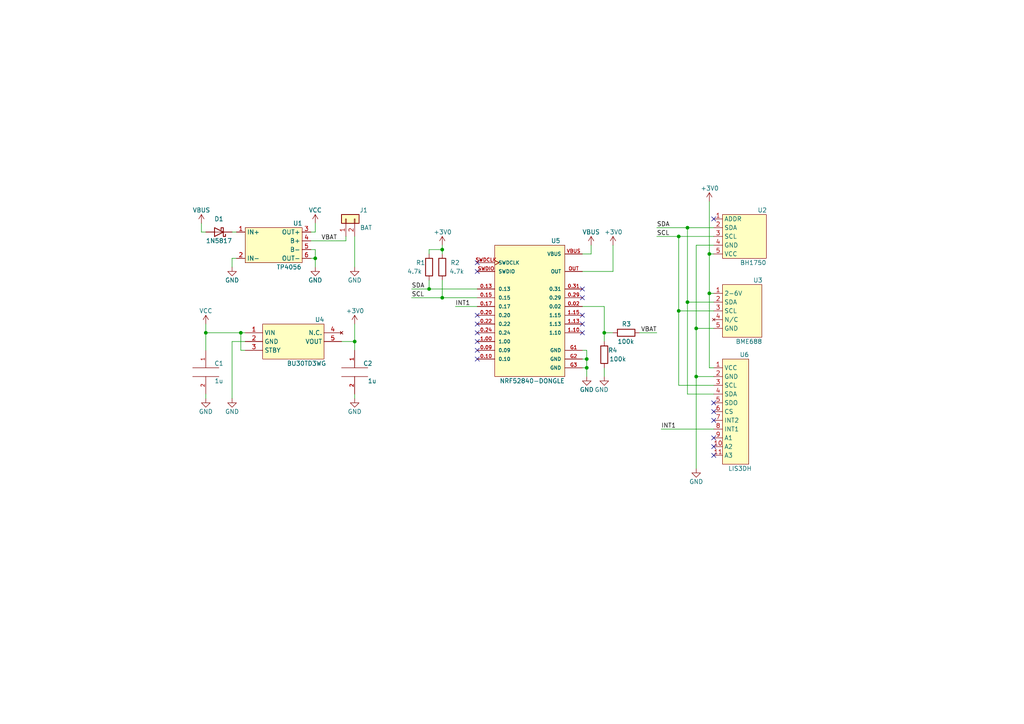
<source format=kicad_sch>
(kicad_sch (version 20211123) (generator eeschema)
  (paper "A4")
  (lib_symbols
    (symbol "BH1750:BH1750"
      (property "Reference" "U" (at 2.54 -1.27 0))
      (property "Value" "BH1750" (at -5.08 -1.27 0))
      (symbol "BH1750_0_1"
        (rectangle (start -8.89 -2.54) (end 3.81 -15.24) (fill (type background)))
      )
      (symbol "BH1750_1_1"
        (pin input line (at -7.62 -17.78 90) (length 2.54) (name "ADDR") (number "1"))
        (pin bidirectional line (at -5.08 -17.78 90) (length 2.54) (name "SDA") (number "2"))
        (pin bidirectional line (at -2.54 -17.78 90) (length 2.54) (name "SCL") (number "3"))
        (pin power_in line (at 0 -17.78 90) (length 2.54) (name "GND") (number "4"))
        (pin power_in line (at 2.54 -17.78 90) (length 2.54) (name "VCC") (number "5"))
      )
    )
    (symbol "BME688:BME688"
      (property "Reference" "U" (at 6.35 2.54 0))
      (property "Value" "BME688" (at -1.27 2.54 0))
      (symbol "BME688_0_1"
        (rectangle (start -6.35 1.27) (end 8.89 -10.16) (fill (type background)))
      )
      (symbol "BME688_1_1"
        (pin power_in line (at -3.81 -12.7 90) (length 2.54) (name "2-6V") (number "1"))
        (pin bidirectional line (at -1.27 -12.7 90) (length 2.54) (name "SDA") (number "2"))
        (pin bidirectional line (at 1.27 -12.7 90) (length 2.54) (name "SCL") (number "3"))
        (pin no_connect line (at 3.81 -12.7 90) (length 2.54) (name "N/C") (number "4"))
        (pin power_in line (at 6.35 -12.7 90) (length 2.54) (name "GND") (number "5"))
      )
    )
    (symbol "BU30TD3WG:BU30TD3WG"
      (property "Reference" "U" (at 10.16 -1.27 0))
      (property "Value" "BU30TD3WG" (at -1.27 -1.27 0))
      (symbol "BU30TD3WG_0_0"
        (pin power_in line (at -11.43 -5.08 0) (length 5.08) (name "VIN") (number "1"))
        (pin power_in line (at -11.43 -7.62 0) (length 5.08) (name "GND") (number "2"))
        (pin input line (at -11.43 -10.16 0) (length 5.08) (name "STBY") (number "3"))
        (pin no_connect line (at 16.51 -5.08 180) (length 5.08) (name "N.C.") (number "4"))
        (pin output line (at 16.51 -7.62 180) (length 5.08) (name "VOUT") (number "5"))
      )
      (symbol "BU30TD3WG_0_1"
        (polyline (pts (xy -6.35 -2.54) (xy 11.43 -2.54) (xy 11.43 -12.7) (xy -6.35 -12.7) (xy -6.35 -2.54)) (stroke (width 0.1524)) (fill (type background)))
      )
    )
    (symbol "Connector_Generic:Conn_01x02" (pin_names (offset 1.016) hide)
      (property "Reference" "J" (at 0 2.54 0))
      (property "Value" "Conn_01x02" (at 0 -5.08 0))
      (symbol "Conn_01x02_1_1"
        (rectangle (start -1.27 -2.413) (end 0 -2.667) (stroke (width 0.1524)))
        (rectangle (start -1.27 0.127) (end 0 -0.127) (stroke (width 0.1524)))
        (rectangle (start -1.27 1.27) (end 1.27 -3.81) (stroke (width 0.254)) (fill (type background)))
        (pin passive line (at -5.08 0 0) (length 3.81) (name "Pin_1") (number "1"))
        (pin passive line (at -5.08 -2.54 0) (length 3.81) (name "Pin_2") (number "2"))
      )
    )
    (symbol "Device:R" (pin_numbers hide) (pin_names (offset 0))
      (property "Reference" "R" (at 2.032 0 90))
      (property "Value" "R" (at 0 0 90))
      (symbol "R_0_1"
        (rectangle (start -1.016 -2.54) (end 1.016 2.54) (stroke (width 0.254)))
      )
      (symbol "R_1_1"
        (pin passive line (at 0 3.81 270) (length 1.27) (name "~") (number "1"))
        (pin passive line (at 0 -3.81 90) (length 1.27) (name "~") (number "2"))
      )
    )
    (symbol "Diode:1N5817" (pin_numbers hide) (pin_names (offset 1.016) hide)
      (property "Reference" "D" (at 0 2.54 0))
      (property "Value" "1N5817" (at 0 -2.54 0))
      (symbol "1N5817_0_1"
        (polyline (pts (xy 1.27 0) (xy -1.27 0)))
        (polyline (pts (xy 1.27 1.27) (xy 1.27 -1.27) (xy -1.27 0) (xy 1.27 1.27)) (stroke (width 0.254)))
        (polyline (pts (xy -1.905 0.635) (xy -1.905 1.27) (xy -1.27 1.27) (xy -1.27 -1.27) (xy -0.635 -1.27) (xy -0.635 -0.635)) (stroke (width 0.254)))
      )
      (symbol "1N5817_1_1"
        (pin passive line (at -3.81 0 0) (length 2.54) (name "K") (number "1"))
        (pin passive line (at 3.81 0 180) (length 2.54) (name "A") (number "2"))
      )
    )
    (symbol "LIS3DH:LIS3DH"
      (property "Reference" "U" (at 0 0 0))
      (property "Value" "LIS3DH" (at 0 0 0))
      (symbol "LIS3DH_0_1"
        (rectangle (start -3.81 -1.27) (end 26.67 -8.89) (fill (type background)))
      )
      (symbol "LIS3DH_1_1"
        (pin power_in line (at -1.27 -11.43 90) (length 2.54) (name "VCC") (number "1"))
        (pin bidirectional line (at 21.59 -11.43 90) (length 2.54) (name "A2") (number "10"))
        (pin bidirectional line (at 24.13 -11.43 90) (length 2.54) (name "A3") (number "11"))
        (pin power_in line (at 1.27 -11.43 90) (length 2.54) (name "GND") (number "2"))
        (pin bidirectional line (at 3.81 -11.43 90) (length 2.54) (name "SCL") (number "3"))
        (pin bidirectional line (at 6.35 -11.43 90) (length 2.54) (name "SDA") (number "4"))
        (pin output line (at 8.89 -11.43 90) (length 2.54) (name "SDO") (number "5"))
        (pin input line (at 11.43 -11.43 90) (length 2.54) (name "CS") (number "6"))
        (pin input line (at 13.97 -11.43 90) (length 2.54) (name "INT2") (number "7"))
        (pin input line (at 16.51 -11.43 90) (length 2.54) (name "INT1") (number "8"))
        (pin bidirectional line (at 19.05 -11.43 90) (length 2.54) (name "A1") (number "9"))
      )
    )
    (symbol "NRF52840-DONGLE:NRF52840-DONGLE" (pin_names (offset 1.016))
      (property "Reference" "U?" (at 8.89 21.59 0))
      (property "Value" "NRF52840-DONGLE" (at 10.16 -19.05 0))
      (symbol "NRF52840-DONGLE_0_0"
        (rectangle (start -10.16 20.32) (end 10.16 -17.78) (stroke (width 0.1524)) (fill (type background)))
        (pin bidirectional line (at 15.24 2.54 180) (length 5.08) (name "0.02") (number "0.02"))
        (pin bidirectional line (at -15.24 -10.16 0) (length 5.08) (name "0.09") (number "0.09"))
        (pin bidirectional line (at -15.24 -12.7 0) (length 5.08) (name "0.10") (number "0.10"))
        (pin bidirectional line (at -15.24 7.62 0) (length 5.08) (name "0.13") (number "0.13"))
        (pin bidirectional line (at -15.24 5.08 0) (length 5.08) (name "0.15") (number "0.15"))
        (pin bidirectional line (at -15.24 2.54 0) (length 5.08) (name "0.17") (number "0.17"))
        (pin bidirectional line (at -15.24 0 0) (length 5.08) (name "0.20") (number "0.20"))
        (pin bidirectional line (at -15.24 -2.54 0) (length 5.08) (name "0.22") (number "0.22"))
        (pin bidirectional line (at -15.24 -5.08 0) (length 5.08) (name "0.24") (number "0.24"))
        (pin bidirectional line (at 15.24 5.08 180) (length 5.08) (name "0.29") (number "0.29"))
        (pin bidirectional line (at 15.24 7.62 180) (length 5.08) (name "0.31") (number "0.31"))
        (pin bidirectional line (at -15.24 -7.62 0) (length 5.08) (name "1.00") (number "1.00"))
        (pin bidirectional line (at 15.24 -5.08 180) (length 5.08) (name "1.10") (number "1.10"))
        (pin bidirectional line (at 15.24 -2.54 180) (length 5.08) (name "1.13") (number "1.13"))
        (pin bidirectional line (at 15.24 0 180) (length 5.08) (name "1.15") (number "1.15"))
        (pin power_in line (at 15.24 -10.16 180) (length 5.08) (name "GND") (number "G1"))
        (pin power_in line (at 15.24 -12.7 180) (length 5.08) (name "GND") (number "G2"))
        (pin power_in line (at 15.24 -15.24 180) (length 5.08) (name "GND") (number "G3"))
        (pin output line (at 15.24 12.7 180) (length 5.08) (name "OUT") (number "OUT"))
        (pin input clock (at -15.24 15.24 0) (length 5.08) (name "SWDCLK") (number "SWDCLK"))
        (pin bidirectional line (at -15.24 12.7 0) (length 5.08) (name "SWDIO") (number "SWDIO"))
        (pin power_in line (at 15.24 17.78 180) (length 5.08) (name "VBUS") (number "VBUS"))
      )
    )
    (symbol "TP4056_module:TP4056"
      (property "Reference" "U" (at 8.89 0 0))
      (property "Value" "TP4056" (at -2.54 0 0))
      (symbol "TP4056_0_1"
        (rectangle (start -6.35 -1.27) (end 10.16 -11.43) (fill (type background)))
      )
      (symbol "TP4056_1_1"
        (pin power_in line (at -8.89 -2.54 0) (length 2.54) (name "IN+") (number "1"))
        (pin power_in line (at -8.89 -10.16 0) (length 2.54) (name "IN-") (number "2"))
        (pin power_out line (at 12.7 -2.54 180) (length 2.54) (name "OUT+") (number "3"))
        (pin power_in line (at 12.7 -5.08 180) (length 2.54) (name "B+") (number "4"))
        (pin power_in line (at 12.7 -7.62 180) (length 2.54) (name "B-") (number "5"))
        (pin power_out line (at 12.7 -10.16 180) (length 2.54) (name "OUT-") (number "6"))
      )
    )
    (symbol "power:+3V0" (power) (pin_names (offset 0))
      (property "Value" "+3V0" (at 0 3.556 0))
      (symbol "+3V0_0_1"
        (polyline (pts (xy -0.762 1.27) (xy 0 2.54)))
        (polyline (pts (xy 0 0) (xy 0 2.54)))
        (polyline (pts (xy 0 2.54) (xy 0.762 1.27)))
      )
      (symbol "+3V0_1_1"
        (pin power_in line (at 0 0 90) (length 0) hide (name "+3V0") (number "1"))
      )
    )
    (symbol "power:GND" (power) (pin_names (offset 0))
      (property "Value" "GND" (at 0 -3.81 0))
      (symbol "GND_0_1"
        (polyline (pts (xy 0 0) (xy 0 -1.27) (xy 1.27 -1.27) (xy 0 -2.54) (xy -1.27 -1.27) (xy 0 -1.27)))
      )
      (symbol "GND_1_1"
        (pin power_in line (at 0 0 270) (length 0) hide (name "GND") (number "1"))
      )
    )
    (symbol "power:VBUS" (power) (pin_names (offset 0))
      (property "Value" "VBUS" (at 0 3.81 0))
      (symbol "VBUS_0_1"
        (polyline (pts (xy -0.762 1.27) (xy 0 2.54)))
        (polyline (pts (xy 0 0) (xy 0 2.54)))
        (polyline (pts (xy 0 2.54) (xy 0.762 1.27)))
      )
      (symbol "VBUS_1_1"
        (pin power_in line (at 0 0 90) (length 0) hide (name "VBUS") (number "1"))
      )
    )
    (symbol "power:VCC" (power) (pin_names (offset 0))
      (property "Value" "VCC" (at 0 3.81 0))
      (symbol "VCC_0_1"
        (polyline (pts (xy -0.762 1.27) (xy 0 2.54)))
        (polyline (pts (xy 0 0) (xy 0 2.54)))
        (polyline (pts (xy 0 2.54) (xy 0.762 1.27)))
      )
      (symbol "VCC_1_1"
        (pin power_in line (at 0 0 90) (length 0) hide (name "VCC") (number "1"))
      )
    )
    (symbol "pspice:CAP" (pin_names (offset 0.254))
      (property "Reference" "C" (at 2.54 3.81 90))
      (property "Value" "CAP" (at 2.54 -3.81 90))
      (symbol "CAP_0_1"
        (polyline (pts (xy -3.81 -1.27) (xy 3.81 -1.27)))
        (polyline (pts (xy -3.81 1.27) (xy 3.81 1.27)))
      )
      (symbol "CAP_1_1"
        (pin passive line (at 0 6.35 270) (length 5.08) (name "~") (number "1"))
        (pin passive line (at 0 -6.35 90) (length 5.08) (name "~") (number "2"))
      )
    )
  )
  (junction (at 205.74 73.66))
  (junction (at 205.74 85.09))
  (junction (at 196.85 90.17))
  (junction (at 59.69 96.52))
  (junction (at 170.18 104.14))
  (junction (at 128.27 86.36))
  (junction (at 175.26 96.52))
  (junction (at 69.85 96.52))
  (junction (at 91.44 74.93))
  (junction (at 124.46 83.82))
  (junction (at 201.93 95.25))
  (junction (at 199.39 66.04))
  (junction (at 128.27 72.39))
  (junction (at 170.18 106.68))
  (junction (at 201.93 109.22))
  (junction (at 102.87 99.06))
  (junction (at 196.85 68.58))
  (junction (at 199.39 87.63))
  (no_connect (at 207.01 121.92))
  (no_connect (at 168.91 86.36))
  (no_connect (at 138.43 99.06))
  (no_connect (at 207.01 127))
  (no_connect (at 168.91 83.82))
  (no_connect (at 168.91 96.52))
  (no_connect (at 168.91 93.98))
  (no_connect (at 207.01 116.84))
  (no_connect (at 138.43 78.74))
  (no_connect (at 138.43 76.2))
  (no_connect (at 138.43 91.44))
  (no_connect (at 138.43 96.52))
  (no_connect (at 207.01 63.5))
  (no_connect (at 138.43 104.14))
  (no_connect (at 207.01 119.38))
  (no_connect (at 207.01 132.08))
  (no_connect (at 207.01 129.54))
  (no_connect (at 138.43 101.6))
  (no_connect (at 168.91 91.44))
  (no_connect (at 138.43 93.98))
  (wire (pts (xy 196.85 111.76) (xy 196.85 90.17)))
  (wire (pts (xy 91.44 72.39) (xy 91.44 74.93)))
  (wire (pts (xy 175.26 96.52) (xy 175.26 99.06)))
  (wire (pts (xy 58.42 64.77) (xy 58.42 67.31)))
  (wire (pts (xy 175.26 88.9) (xy 175.26 96.52)))
  (wire (pts (xy 207.01 90.17) (xy 196.85 90.17)))
  (wire (pts (xy 67.31 74.93) (xy 67.31 77.47)))
  (wire (pts (xy 199.39 66.04) (xy 199.39 87.63)))
  (wire (pts (xy 177.8 71.12) (xy 177.8 78.74)))
  (wire (pts (xy 177.8 96.52) (xy 175.26 96.52)))
  (wire (pts (xy 196.85 68.58) (xy 196.85 90.17)))
  (wire (pts (xy 128.27 72.39) (xy 128.27 73.66)))
  (wire (pts (xy 100.33 69.85) (xy 100.33 68.58)))
  (wire (pts (xy 90.17 72.39) (xy 91.44 72.39)))
  (wire (pts (xy 124.46 83.82) (xy 138.43 83.82)))
  (wire (pts (xy 168.91 104.14) (xy 170.18 104.14)))
  (wire (pts (xy 102.87 99.06) (xy 99.06 99.06)))
  (wire (pts (xy 201.93 95.25) (xy 201.93 109.22)))
  (wire (pts (xy 102.87 68.58) (xy 102.87 77.47)))
  (wire (pts (xy 175.26 109.22) (xy 175.26 106.68)))
  (wire (pts (xy 170.18 104.14) (xy 170.18 106.68)))
  (wire (pts (xy 185.42 96.52) (xy 190.5 96.52)))
  (wire (pts (xy 59.69 114.3) (xy 59.69 115.57)))
  (wire (pts (xy 128.27 86.36) (xy 119.38 86.36)))
  (wire (pts (xy 199.39 66.04) (xy 207.01 66.04)))
  (wire (pts (xy 207.01 111.76) (xy 196.85 111.76)))
  (wire (pts (xy 190.5 68.58) (xy 196.85 68.58)))
  (wire (pts (xy 59.69 96.52) (xy 69.85 96.52)))
  (wire (pts (xy 58.42 67.31) (xy 59.69 67.31)))
  (wire (pts (xy 119.38 83.82) (xy 124.46 83.82)))
  (wire (pts (xy 91.44 64.77) (xy 91.44 67.31)))
  (wire (pts (xy 168.91 88.9) (xy 175.26 88.9)))
  (wire (pts (xy 90.17 74.93) (xy 91.44 74.93)))
  (wire (pts (xy 207.01 87.63) (xy 199.39 87.63)))
  (wire (pts (xy 102.87 93.98) (xy 102.87 99.06)))
  (wire (pts (xy 71.12 101.6) (xy 69.85 101.6)))
  (wire (pts (xy 67.31 67.31) (xy 68.58 67.31)))
  (wire (pts (xy 171.45 73.66) (xy 168.91 73.66)))
  (wire (pts (xy 205.74 85.09) (xy 205.74 106.68)))
  (wire (pts (xy 207.01 71.12) (xy 201.93 71.12)))
  (wire (pts (xy 170.18 101.6) (xy 170.18 104.14)))
  (wire (pts (xy 205.74 58.42) (xy 205.74 73.66)))
  (wire (pts (xy 168.91 101.6) (xy 170.18 101.6)))
  (wire (pts (xy 67.31 74.93) (xy 68.58 74.93)))
  (wire (pts (xy 124.46 81.28) (xy 124.46 83.82)))
  (wire (pts (xy 91.44 74.93) (xy 91.44 77.47)))
  (wire (pts (xy 190.5 66.04) (xy 199.39 66.04)))
  (wire (pts (xy 91.44 67.31) (xy 90.17 67.31)))
  (wire (pts (xy 171.45 71.12) (xy 171.45 73.66)))
  (wire (pts (xy 132.08 88.9) (xy 138.43 88.9)))
  (wire (pts (xy 207.01 95.25) (xy 201.93 95.25)))
  (wire (pts (xy 205.74 73.66) (xy 205.74 85.09)))
  (wire (pts (xy 170.18 106.68) (xy 168.91 106.68)))
  (wire (pts (xy 207.01 85.09) (xy 205.74 85.09)))
  (wire (pts (xy 90.17 69.85) (xy 100.33 69.85)))
  (wire (pts (xy 170.18 109.22) (xy 170.18 106.68)))
  (wire (pts (xy 128.27 86.36) (xy 138.43 86.36)))
  (wire (pts (xy 102.87 115.57) (xy 102.87 114.3)))
  (wire (pts (xy 69.85 101.6) (xy 69.85 96.52)))
  (wire (pts (xy 207.01 73.66) (xy 205.74 73.66)))
  (wire (pts (xy 196.85 68.58) (xy 207.01 68.58)))
  (wire (pts (xy 199.39 114.3) (xy 199.39 87.63)))
  (wire (pts (xy 128.27 71.12) (xy 128.27 72.39)))
  (wire (pts (xy 207.01 114.3) (xy 199.39 114.3)))
  (wire (pts (xy 71.12 96.52) (xy 69.85 96.52)))
  (wire (pts (xy 128.27 81.28) (xy 128.27 86.36)))
  (wire (pts (xy 207.01 106.68) (xy 205.74 106.68)))
  (wire (pts (xy 71.12 99.06) (xy 67.31 99.06)))
  (wire (pts (xy 59.69 93.98) (xy 59.69 96.52)))
  (wire (pts (xy 102.87 101.6) (xy 102.87 99.06)))
  (wire (pts (xy 124.46 73.66) (xy 124.46 72.39)))
  (wire (pts (xy 201.93 109.22) (xy 201.93 135.89)))
  (wire (pts (xy 201.93 71.12) (xy 201.93 95.25)))
  (wire (pts (xy 59.69 101.6) (xy 59.69 96.52)))
  (wire (pts (xy 67.31 99.06) (xy 67.31 115.57)))
  (wire (pts (xy 177.8 78.74) (xy 168.91 78.74)))
  (wire (pts (xy 124.46 72.39) (xy 128.27 72.39)))
  (wire (pts (xy 207.01 109.22) (xy 201.93 109.22)))
  (wire (pts (xy 191.77 124.46) (xy 207.01 124.46)))
  (label "VBAT" (at 97.79 69.85 180))
  (label "SDA" (at 119.38 83.82 0))
  (label "SCL" (at 190.5 68.58 0))
  (label "VBAT" (at 190.5 96.52 180))
  (label "INT1" (at 191.77 124.46 0))
  (label "SCL" (at 119.38 86.36 0))
  (label "INT1" (at 132.08 88.9 0))
  (label "SDA" (at 190.5 66.04 0))
  (symbol (lib_id "power:+3V0") (at 205.74 58.42 0) (unit 1)
    (property "Reference" "#PWR01" (effects hide))
    (property "Value" "+3V0" (at 203.2 54.61 0) (effects (justify left)))
  )
  (symbol (lib_id "LIS3DH:LIS3DH") (at 218.44 107.95 270) (unit 1)
    (property "Reference" "U6" (at 215.9 102.87 90))
    (property "Value" "LIS3DH" (at 214.63 135.89 90))
  )
  (symbol (lib_id "pspice:CAP") (at 59.69 107.95 0) (unit 1)
    (property "Reference" "C1" (at 63.5 105.41 0))
    (property "Value" "1u" (at 63.5 110.49 0))
    (property "Footprint" "Capacitor_THT:C_Disc_D5.1mm_W3.2mm_P5.00mm" (effects hide))
  )
  (symbol (lib_id "BH1750:BH1750") (at 224.79 71.12 270) (unit 1)
    (property "Reference" "U2" (at 219.71 60.96 90) (effects (justify left)))
    (property "Value" "BH1750" (at 214.63 76.2 90) (effects (justify left)))
  )
  (symbol (lib_id "Device:R") (at 124.46 77.47 0) (unit 1)
    (property "Reference" "R1" (at 120.65 76.2 0) (effects (justify left)))
    (property "Value" "4.7k" (at 118.11 78.74 0) (effects (justify left)))
    (property "Footprint" "Resistor_THT:R_Axial_DIN0207_L6.3mm_D2.5mm_P10.16mm_Horizontal" (effects hide))
  )
  (symbol (lib_id "power:VBUS") (at 58.42 64.77 0) (unit 1)
    (property "Reference" "#PWR02" (effects hide))
    (property "Value" "VBUS" (at 58.42 60.96 0))
  )
  (symbol (lib_id "power:GND") (at 67.31 115.57 0) (unit 1)
    (property "Reference" "#PWR014" (effects hide))
    (property "Value" "GND" (at 67.31 119.38 0))
  )
  (symbol (lib_id "power:GND") (at 102.87 115.57 0) (unit 1)
    (property "Reference" "#PWR015" (effects hide))
    (property "Value" "GND" (at 102.87 119.38 0))
  )
  (symbol (lib_id "power:GND") (at 175.26 109.22 0) (unit 1)
    (property "Reference" "#PWR012" (effects hide))
    (property "Value" "GND" (at 176.53 113.03 0) (effects (justify right)))
  )
  (symbol (lib_id "BME688:BME688") (at 219.71 88.9 270) (unit 1)
    (property "Reference" "U3" (at 218.44 81.28 90) (effects (justify left)))
    (property "Value" "BME688" (at 213.36 99.06 90) (effects (justify left)))
  )
  (symbol (lib_id "power:VBUS") (at 171.45 71.12 0) (unit 1)
    (property "Reference" "#PWR05" (effects hide))
    (property "Value" "VBUS" (at 171.45 67.31 0))
  )
  (symbol (lib_id "Device:R") (at 175.26 102.87 180) (unit 1)
    (property "Reference" "R4" (at 179.07 101.6 0) (effects (justify left)))
    (property "Value" "100k" (at 181.61 104.14 0) (effects (justify left)))
    (property "Footprint" "Resistor_THT:R_Axial_DIN0207_L6.3mm_D2.5mm_P10.16mm_Horizontal" (effects hide))
  )
  (symbol (lib_id "power:GND") (at 201.93 135.89 0) (unit 1)
    (property "Reference" "#PWR016" (effects hide))
    (property "Value" "GND" (at 201.93 139.7 0))
  )
  (symbol (lib_id "BU30TD3WG:BU30TD3WG") (at 82.55 91.44 0) (unit 1)
    (property "Reference" "U4" (at 92.71 92.71 0))
    (property "Value" "BU30TD3WG" (at 88.9 105.41 0))
    (property "Footprint" "Package_TO_SOT_SMD:SOT-23-5" (effects hide))
  )
  (symbol (lib_id "pspice:CAP") (at 102.87 107.95 0) (unit 1)
    (property "Reference" "C2" (at 106.68 105.41 0))
    (property "Value" "1u" (at 107.95 110.49 0))
    (property "Footprint" "Capacitor_THT:C_Disc_D5.1mm_W3.2mm_P5.00mm" (effects hide))
  )
  (symbol (lib_id "power:+3V0") (at 177.8 71.12 0) (unit 1)
    (property "Reference" "#PWR06" (effects hide))
    (property "Value" "+3V0" (at 175.26 67.31 0) (effects (justify left)))
  )
  (symbol (lib_id "Device:R") (at 181.61 96.52 270) (unit 1)
    (property "Reference" "R3" (at 180.34 93.98 90) (effects (justify left)))
    (property "Value" "100k" (at 179.07 99.06 90) (effects (justify left)))
    (property "Footprint" "Resistor_THT:R_Axial_DIN0207_L6.3mm_D2.5mm_P10.16mm_Horizontal" (effects hide))
  )
  (symbol (lib_id "power:+3V0") (at 102.87 93.98 0) (unit 1)
    (property "Reference" "#PWR010" (effects hide))
    (property "Value" "+3V0" (at 100.33 90.17 0) (effects (justify left)))
  )
  (symbol (lib_id "power:GND") (at 59.69 115.57 0) (unit 1)
    (property "Reference" "#PWR013" (effects hide))
    (property "Value" "GND" (at 59.69 119.38 0))
  )
  (symbol (lib_id "NRF52840-DONGLE:NRF52840-DONGLE") (at 153.67 91.44 0) (unit 1)
    (property "Reference" "U5" (at 162.56 69.85 0) (effects (justify right)))
    (property "Value" "NRF52840-DONGLE" (at 163.83 110.49 0) (effects (justify right)))
    (property "PARTREV" "1.1" (effects hide))
    (property "STANDARD" "Manufacturer Recommendations" (effects hide))
    (property "MAXIMUM_PACKAGE_HEIGHT" "N/A" (effects hide))
    (property "MANUFACTURER" "Nordic semiconductor" (effects hide))
  )
  (symbol (lib_id "power:+3V0") (at 128.27 71.12 0) (unit 1)
    (property "Reference" "#PWR04" (effects hide))
    (property "Value" "+3V0" (at 125.73 67.31 0) (effects (justify left)))
  )
  (symbol (lib_id "power:GND") (at 67.31 77.47 0) (unit 1)
    (property "Reference" "#PWR07" (effects hide))
    (property "Value" "GND" (at 67.31 81.28 0))
  )
  (symbol (lib_id "Device:R") (at 128.27 77.47 180) (unit 1)
    (property "Reference" "R2" (at 133.35 76.2 0) (effects (justify left)))
    (property "Value" "4.7k" (at 134.62 78.74 0) (effects (justify left)))
    (property "Footprint" "Resistor_THT:R_Axial_DIN0207_L6.3mm_D2.5mm_P10.16mm_Horizontal" (effects hide))
  )
  (symbol (lib_id "power:VCC") (at 91.44 64.77 0) (unit 1)
    (property "Reference" "#PWR03" (effects hide))
    (property "Value" "VCC" (at 91.44 60.96 0))
  )
  (symbol (lib_id "TP4056_module:TP4056") (at 77.47 64.77 0) (unit 1)
    (property "Reference" "U1" (at 86.36 64.77 0))
    (property "Value" "TP4056" (at 83.82 77.47 0))
  )
  (symbol (lib_id "Connector_Generic:Conn_01x02") (at 100.33 63.5 90) (unit 1)
    (property "Reference" "J1" (at 106.68 60.96 90) (effects (justify left)))
    (property "Value" "BAT" (at 107.95 66.04 90) (effects (justify left)))
  )
  (symbol (lib_id "power:VCC") (at 59.69 93.98 0) (unit 1)
    (property "Reference" "#PWR09" (effects hide))
    (property "Value" "VCC" (at 59.69 90.17 0))
  )
  (symbol (lib_id "power:GND") (at 91.44 77.47 0) (unit 1)
    (property "Reference" "#PWR08" (effects hide))
    (property "Value" "GND" (at 91.44 81.28 0))
  )
  (symbol (lib_id "power:GND") (at 102.87 77.47 0) (unit 1)
    (property "Reference" "#PWR0101" (effects hide))
    (property "Value" "GND" (at 102.87 81.28 0))
  )
  (symbol (lib_id "Diode:1N5817") (at 63.5 67.31 180) (unit 1)
    (property "Reference" "D1" (at 63.5 63.5 0))
    (property "Value" "1N5817" (at 63.5 69.85 0))
    (property "Footprint" "Diode_THT:D_DO-41_SOD81_P10.16mm_Horizontal" (effects hide))
    (property "Datasheet" "http://www.vishay.com/docs/88525/1n5817.pdf" (effects hide))
  )
  (symbol (lib_id "power:GND") (at 170.18 109.22 0) (unit 1)
    (property "Reference" "#PWR011" (effects hide))
    (property "Value" "GND" (at 170.18 113.03 0))
  )
)
</source>
